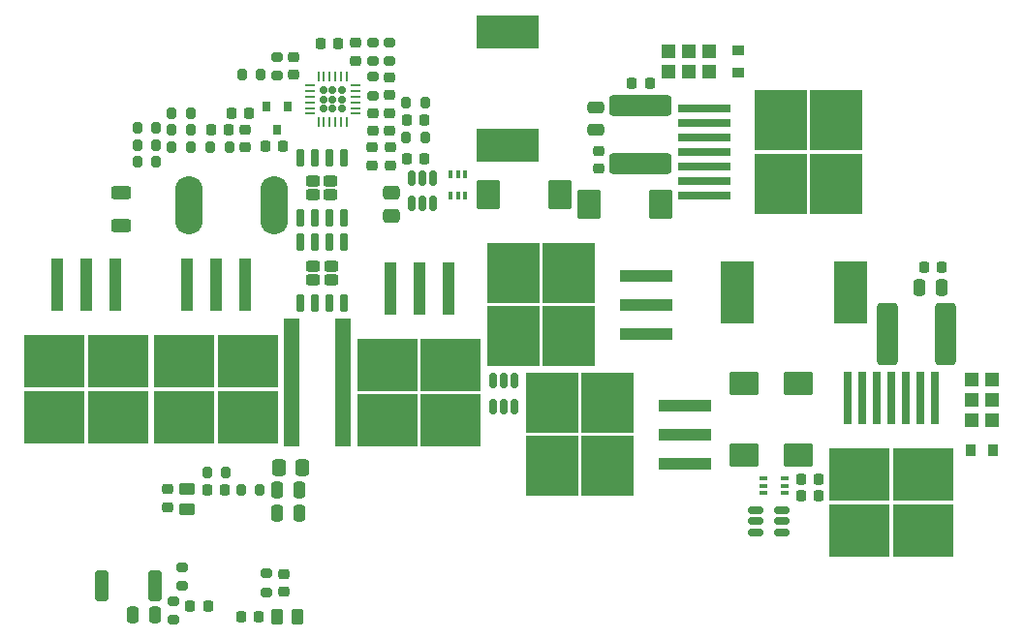
<source format=gbr>
%TF.GenerationSoftware,KiCad,Pcbnew,(6.0.1-0)*%
%TF.CreationDate,2022-08-06T01:28:06+01:00*%
%TF.ProjectId,powerboard_sc21_as25,706f7765-7262-46f6-9172-645f73633231,rev?*%
%TF.SameCoordinates,Original*%
%TF.FileFunction,Paste,Top*%
%TF.FilePolarity,Positive*%
%FSLAX46Y46*%
G04 Gerber Fmt 4.6, Leading zero omitted, Abs format (unit mm)*
G04 Created by KiCad (PCBNEW (6.0.1-0)) date 2022-08-06 01:28:06*
%MOMM*%
%LPD*%
G01*
G04 APERTURE LIST*
G04 Aperture macros list*
%AMRoundRect*
0 Rectangle with rounded corners*
0 $1 Rounding radius*
0 $2 $3 $4 $5 $6 $7 $8 $9 X,Y pos of 4 corners*
0 Add a 4 corners polygon primitive as box body*
4,1,4,$2,$3,$4,$5,$6,$7,$8,$9,$2,$3,0*
0 Add four circle primitives for the rounded corners*
1,1,$1+$1,$2,$3*
1,1,$1+$1,$4,$5*
1,1,$1+$1,$6,$7*
1,1,$1+$1,$8,$9*
0 Add four rect primitives between the rounded corners*
20,1,$1+$1,$2,$3,$4,$5,0*
20,1,$1+$1,$4,$5,$6,$7,0*
20,1,$1+$1,$6,$7,$8,$9,0*
20,1,$1+$1,$8,$9,$2,$3,0*%
G04 Aperture macros list end*
%ADD10RoundRect,0.250000X-0.262500X-0.450000X0.262500X-0.450000X0.262500X0.450000X-0.262500X0.450000X0*%
%ADD11RoundRect,0.250000X-0.450000X0.262500X-0.450000X-0.262500X0.450000X-0.262500X0.450000X0.262500X0*%
%ADD12RoundRect,0.200000X0.275000X-0.200000X0.275000X0.200000X-0.275000X0.200000X-0.275000X-0.200000X0*%
%ADD13RoundRect,0.225000X-0.225000X-0.250000X0.225000X-0.250000X0.225000X0.250000X-0.225000X0.250000X0*%
%ADD14R,5.400000X2.900000*%
%ADD15RoundRect,0.218750X0.218750X0.256250X-0.218750X0.256250X-0.218750X-0.256250X0.218750X-0.256250X0*%
%ADD16RoundRect,0.062500X0.062500X0.325000X-0.062500X0.325000X-0.062500X-0.325000X0.062500X-0.325000X0*%
%ADD17RoundRect,0.062500X0.325000X0.062500X-0.325000X0.062500X-0.325000X-0.062500X0.325000X-0.062500X0*%
%ADD18RoundRect,0.165000X0.165000X0.165000X-0.165000X0.165000X-0.165000X-0.165000X0.165000X-0.165000X0*%
%ADD19RoundRect,0.225000X0.225000X0.250000X-0.225000X0.250000X-0.225000X-0.250000X0.225000X-0.250000X0*%
%ADD20RoundRect,0.250000X0.250000X0.475000X-0.250000X0.475000X-0.250000X-0.475000X0.250000X-0.475000X0*%
%ADD21RoundRect,0.150000X-0.150000X0.650000X-0.150000X-0.650000X0.150000X-0.650000X0.150000X0.650000X0*%
%ADD22RoundRect,0.242500X-0.382500X0.242500X-0.382500X-0.242500X0.382500X-0.242500X0.382500X0.242500X0*%
%ADD23RoundRect,0.200000X-0.275000X0.200000X-0.275000X-0.200000X0.275000X-0.200000X0.275000X0.200000X0*%
%ADD24R,5.250000X4.550000*%
%ADD25R,1.100000X4.600000*%
%ADD26RoundRect,0.225000X0.250000X-0.225000X0.250000X0.225000X-0.250000X0.225000X-0.250000X-0.225000X0*%
%ADD27RoundRect,0.200000X0.200000X0.275000X-0.200000X0.275000X-0.200000X-0.275000X0.200000X-0.275000X0*%
%ADD28R,1.440000X11.220000*%
%ADD29RoundRect,0.250000X-0.787500X-1.025000X0.787500X-1.025000X0.787500X1.025000X-0.787500X1.025000X0*%
%ADD30RoundRect,0.250000X-0.475000X0.250000X-0.475000X-0.250000X0.475000X-0.250000X0.475000X0.250000X0*%
%ADD31R,0.950000X1.000000*%
%ADD32R,1.300000X1.200000*%
%ADD33RoundRect,0.225000X-0.250000X0.225000X-0.250000X-0.225000X0.250000X-0.225000X0.250000X0.225000X0*%
%ADD34RoundRect,0.200000X-0.200000X-0.275000X0.200000X-0.275000X0.200000X0.275000X-0.200000X0.275000X0*%
%ADD35R,0.650000X0.400000*%
%ADD36RoundRect,0.250000X-1.025000X0.787500X-1.025000X-0.787500X1.025000X-0.787500X1.025000X0.787500X0*%
%ADD37RoundRect,0.250000X0.650000X2.450000X-0.650000X2.450000X-0.650000X-2.450000X0.650000X-2.450000X0*%
%ADD38R,0.400000X0.650000*%
%ADD39RoundRect,0.250000X-2.450000X0.650000X-2.450000X-0.650000X2.450000X-0.650000X2.450000X0.650000X0*%
%ADD40RoundRect,0.218750X0.256250X-0.218750X0.256250X0.218750X-0.256250X0.218750X-0.256250X-0.218750X0*%
%ADD41RoundRect,0.250000X-0.625000X0.312500X-0.625000X-0.312500X0.625000X-0.312500X0.625000X0.312500X0*%
%ADD42RoundRect,0.218750X-0.256250X0.218750X-0.256250X-0.218750X0.256250X-0.218750X0.256250X0.218750X0*%
%ADD43RoundRect,0.250000X0.337500X0.475000X-0.337500X0.475000X-0.337500X-0.475000X0.337500X-0.475000X0*%
%ADD44RoundRect,0.250000X0.475000X-0.337500X0.475000X0.337500X-0.475000X0.337500X-0.475000X-0.337500X0*%
%ADD45R,4.550000X5.250000*%
%ADD46R,4.600000X0.800000*%
%ADD47RoundRect,0.250000X0.362500X1.075000X-0.362500X1.075000X-0.362500X-1.075000X0.362500X-1.075000X0*%
%ADD48R,1.000000X0.950000*%
%ADD49R,1.200000X1.300000*%
%ADD50R,0.800000X4.600000*%
%ADD51RoundRect,0.150000X-0.512500X-0.150000X0.512500X-0.150000X0.512500X0.150000X-0.512500X0.150000X0*%
%ADD52RoundRect,1.210000X0.000000X-1.335000X0.000000X1.335000X0.000000X1.335000X0.000000X-1.335000X0*%
%ADD53R,4.600000X1.100000*%
%ADD54R,0.800000X0.900000*%
%ADD55RoundRect,0.150000X-0.150000X0.512500X-0.150000X-0.512500X0.150000X-0.512500X0.150000X0.512500X0*%
%ADD56R,2.900000X5.400000*%
G04 APERTURE END LIST*
D10*
%TO.C,R28*%
X73112500Y-81050000D03*
X71287500Y-81050000D03*
%TD*%
D11*
%TO.C,R29*%
X63450000Y-71662500D03*
X63450000Y-69837500D03*
%TD*%
D12*
%TO.C,R22*%
X62250000Y-79675000D03*
X62250000Y-81325000D03*
%TD*%
D13*
%TO.C,C37*%
X127825000Y-50500000D03*
X129375000Y-50500000D03*
%TD*%
D14*
%TO.C,L3*%
X91500000Y-39800000D03*
X91500000Y-29900000D03*
%TD*%
D15*
%TO.C,PackLED1*%
X68162500Y-81050000D03*
X69737500Y-81050000D03*
%TD*%
D13*
%TO.C,CTTC1*%
X76675000Y-30900000D03*
X75125000Y-30900000D03*
%TD*%
D16*
%TO.C,IC1*%
X77410000Y-37797500D03*
X76910000Y-37797500D03*
X76410000Y-37797500D03*
X75910000Y-37797500D03*
X75410000Y-37797500D03*
X74910000Y-37797500D03*
D17*
X74172500Y-37060000D03*
X74172500Y-36560000D03*
X74172500Y-36060000D03*
X74172500Y-35560000D03*
X74172500Y-35060000D03*
X74172500Y-34560000D03*
D16*
X74910000Y-33822500D03*
X75410000Y-33822500D03*
X75910000Y-33822500D03*
X76410000Y-33822500D03*
X76910000Y-33822500D03*
X77410000Y-33822500D03*
D17*
X78147500Y-34560000D03*
X78147500Y-35060000D03*
X78147500Y-35560000D03*
X78147500Y-36060000D03*
X78147500Y-36560000D03*
X78147500Y-37060000D03*
D18*
X76160000Y-34990000D03*
X76160000Y-35810000D03*
X75340000Y-35810000D03*
X76980000Y-35810000D03*
X76980000Y-34990000D03*
X75340000Y-34990000D03*
X76980000Y-36630000D03*
X75340000Y-36630000D03*
X76160000Y-36630000D03*
%TD*%
D13*
%TO.C,C44*%
X118625000Y-69000000D03*
X117075000Y-69000000D03*
%TD*%
D19*
%TO.C,C5*%
X68875000Y-37000000D03*
X67325000Y-37000000D03*
%TD*%
D20*
%TO.C,C43*%
X127450000Y-52300000D03*
X129350000Y-52300000D03*
%TD*%
D21*
%TO.C,Q4*%
X77155000Y-53610000D03*
X75885000Y-53610000D03*
X74615000Y-53610000D03*
X73345000Y-53610000D03*
X73345000Y-48310000D03*
X74615000Y-48310000D03*
X75885000Y-48310000D03*
X77155000Y-48310000D03*
D22*
X74475000Y-50360000D03*
X76025000Y-51560000D03*
X76025000Y-50360000D03*
X74475000Y-51560000D03*
%TD*%
D23*
%TO.C,R2*%
X71300000Y-33725000D03*
X71300000Y-32075000D03*
%TD*%
D24*
%TO.C,Q3*%
X80945000Y-63890000D03*
X80945000Y-59040000D03*
X86495000Y-63890000D03*
X86495000Y-59040000D03*
D25*
X86260000Y-52315000D03*
X83720000Y-52315000D03*
X81180000Y-52315000D03*
%TD*%
D26*
%TO.C,C33*%
X81150000Y-37025000D03*
X81150000Y-38575000D03*
%TD*%
D27*
%TO.C,RFast1*%
X59105000Y-38310000D03*
X60755000Y-38310000D03*
%TD*%
D26*
%TO.C,C7*%
X79600000Y-40025000D03*
X79600000Y-41575000D03*
%TD*%
D28*
%TO.C,RAC1*%
X72620000Y-60570000D03*
X77100000Y-60570000D03*
%TD*%
D13*
%TO.C,C6*%
X70275000Y-39925000D03*
X71825000Y-39925000D03*
%TD*%
D29*
%TO.C,C41*%
X96012500Y-44100000D03*
X89787500Y-44100000D03*
%TD*%
D30*
%TO.C,C42*%
X99150000Y-38450000D03*
X99150000Y-36550000D03*
%TD*%
D31*
%TO.C,D5*%
X131930000Y-66450000D03*
X133870000Y-66450000D03*
D32*
X132000000Y-63900000D03*
X133800000Y-62100000D03*
X132000000Y-60300000D03*
X133800000Y-63900000D03*
X132000000Y-62100000D03*
X133800000Y-60300000D03*
%TD*%
D26*
%TO.C,C21*%
X81200000Y-40025000D03*
X81200000Y-41575000D03*
%TD*%
D33*
%TO.C,C4*%
X81150000Y-35425000D03*
X81150000Y-33875000D03*
%TD*%
%TO.C,C3*%
X79650000Y-38575000D03*
X79650000Y-37025000D03*
%TD*%
D34*
%TO.C,RSR1*%
X65475000Y-40000000D03*
X67125000Y-40000000D03*
%TD*%
D35*
%TO.C,Q10*%
X115700000Y-68950000D03*
X115700000Y-69600000D03*
X115700000Y-70250000D03*
X113800000Y-70250000D03*
X113800000Y-69600000D03*
X113800000Y-68950000D03*
%TD*%
D27*
%TO.C,R5*%
X63745000Y-38470000D03*
X62095000Y-38470000D03*
%TD*%
D26*
%TO.C,C10*%
X68550000Y-40025000D03*
X68550000Y-38475000D03*
%TD*%
D13*
%TO.C,C48*%
X118625000Y-70500000D03*
X117075000Y-70500000D03*
%TD*%
D36*
%TO.C,C40*%
X112100000Y-66912500D03*
X112100000Y-60687500D03*
%TD*%
D34*
%TO.C,R32*%
X82575000Y-36100000D03*
X84225000Y-36100000D03*
%TD*%
D37*
%TO.C,C20*%
X124650000Y-56300000D03*
X129750000Y-56300000D03*
%TD*%
D19*
%TO.C,C11*%
X67075000Y-38500000D03*
X65525000Y-38500000D03*
%TD*%
D23*
%TO.C,R37*%
X70390000Y-77275000D03*
X70390000Y-78925000D03*
%TD*%
D38*
%TO.C,Q9*%
X87750000Y-44250000D03*
X87100000Y-44250000D03*
X86450000Y-44250000D03*
X86450000Y-42350000D03*
X87100000Y-42350000D03*
X87750000Y-42350000D03*
%TD*%
D15*
%TO.C,D9*%
X63712500Y-80100000D03*
X65287500Y-80100000D03*
%TD*%
D39*
%TO.C,C19*%
X103100000Y-41450000D03*
X103100000Y-36350000D03*
%TD*%
D19*
%TO.C,C14*%
X66775000Y-69950000D03*
X65225000Y-69950000D03*
%TD*%
D20*
%TO.C,C16*%
X60600000Y-80900000D03*
X58700000Y-80900000D03*
%TD*%
D27*
%TO.C,R3*%
X63745000Y-39950000D03*
X62095000Y-39950000D03*
%TD*%
D29*
%TO.C,C39*%
X104812500Y-45000000D03*
X98587500Y-45000000D03*
%TD*%
D27*
%TO.C,RAdp1*%
X59105000Y-41300000D03*
X60755000Y-41300000D03*
%TD*%
D40*
%TO.C,PowerLED1*%
X61750000Y-69912500D03*
X61750000Y-71487500D03*
%TD*%
D12*
%TO.C,R10*%
X81150000Y-30825000D03*
X81150000Y-32475000D03*
%TD*%
D20*
%TO.C,C12*%
X73250000Y-72000000D03*
X71350000Y-72000000D03*
%TD*%
D41*
%TO.C,R17*%
X57700000Y-46862500D03*
X57700000Y-43937500D03*
%TD*%
D27*
%TO.C,R15*%
X84225000Y-39100000D03*
X82575000Y-39100000D03*
%TD*%
D42*
%TO.C,D7*%
X71870000Y-77312500D03*
X71870000Y-78887500D03*
%TD*%
D43*
%TO.C,C9*%
X71462500Y-68000000D03*
X73537500Y-68000000D03*
%TD*%
D27*
%TO.C,R7*%
X63745000Y-37000000D03*
X62095000Y-37000000D03*
%TD*%
D44*
%TO.C,C8*%
X81300000Y-43962500D03*
X81300000Y-46037500D03*
%TD*%
D34*
%TO.C,R1*%
X68225000Y-33600000D03*
X69875000Y-33600000D03*
%TD*%
D45*
%TO.C,U6*%
X120200000Y-43175000D03*
X115350000Y-43175000D03*
X115350000Y-37625000D03*
X120200000Y-37625000D03*
D46*
X108625000Y-36590000D03*
X108625000Y-37860000D03*
X108625000Y-39130000D03*
X108625000Y-40400000D03*
X108625000Y-41670000D03*
X108625000Y-42940000D03*
X108625000Y-44210000D03*
%TD*%
D19*
%TO.C,C49*%
X84175000Y-41000000D03*
X82625000Y-41000000D03*
%TD*%
D47*
%TO.C,R20*%
X55987500Y-78300000D03*
X60612500Y-78300000D03*
%TD*%
D26*
%TO.C,C45*%
X99400000Y-41875000D03*
X99400000Y-40325000D03*
%TD*%
D27*
%TO.C,R14*%
X66825000Y-68450000D03*
X65175000Y-68450000D03*
%TD*%
D26*
%TO.C,C1*%
X78150000Y-30875000D03*
X78150000Y-32425000D03*
%TD*%
D48*
%TO.C,D6*%
X111650000Y-33470000D03*
X111650000Y-31530000D03*
D49*
X109100000Y-33400000D03*
X105500000Y-33400000D03*
X107300000Y-33400000D03*
X109100000Y-31600000D03*
X105500000Y-31600000D03*
X107300000Y-31600000D03*
%TD*%
D12*
%TO.C,R36*%
X63050000Y-76725000D03*
X63050000Y-78375000D03*
%TD*%
D24*
%TO.C,U7*%
X127775000Y-73475000D03*
X122225000Y-73475000D03*
X127775000Y-68625000D03*
X122225000Y-68625000D03*
D50*
X128810000Y-61900000D03*
X127540000Y-61900000D03*
X126270000Y-61900000D03*
X125000000Y-61900000D03*
X123730000Y-61900000D03*
X122460000Y-61900000D03*
X121190000Y-61900000D03*
%TD*%
D51*
%TO.C,U8*%
X115437500Y-71750000D03*
X115437500Y-72700000D03*
X115437500Y-73650000D03*
X113162500Y-73650000D03*
X113162500Y-72700000D03*
X113162500Y-71750000D03*
%TD*%
D13*
%TO.C,C36*%
X103875000Y-34400000D03*
X102325000Y-34400000D03*
%TD*%
D52*
%TO.C,L1*%
X71065000Y-45075000D03*
X63575000Y-45075000D03*
%TD*%
D34*
%TO.C,R18*%
X68175000Y-69950000D03*
X69825000Y-69950000D03*
%TD*%
D45*
%TO.C,Q8*%
X96800000Y-56525000D03*
X91950000Y-50975000D03*
X91950000Y-56525000D03*
X96800000Y-50975000D03*
D53*
X103525000Y-56290000D03*
X103525000Y-53750000D03*
X103525000Y-51210000D03*
%TD*%
D21*
%TO.C,Q5*%
X77135000Y-46210000D03*
X75865000Y-46210000D03*
X74595000Y-46210000D03*
X73325000Y-46210000D03*
X73325000Y-40910000D03*
X74595000Y-40910000D03*
X75865000Y-40910000D03*
X77135000Y-40910000D03*
D22*
X74455000Y-44160000D03*
X76005000Y-42960000D03*
X74455000Y-42960000D03*
X76005000Y-44160000D03*
%TD*%
D23*
%TO.C,R16*%
X79650000Y-32475000D03*
X79650000Y-30825000D03*
%TD*%
D20*
%TO.C,C13*%
X73250000Y-70000000D03*
X71350000Y-70000000D03*
%TD*%
D24*
%TO.C,Q2*%
X63200000Y-58725000D03*
X68750000Y-63575000D03*
X63200000Y-63575000D03*
X68750000Y-58725000D03*
D25*
X68515000Y-52000000D03*
X65975000Y-52000000D03*
X63435000Y-52000000D03*
%TD*%
D53*
%TO.C,Q7*%
X106925000Y-62560000D03*
X106925000Y-65100000D03*
X106925000Y-67640000D03*
D45*
X95350000Y-62325000D03*
X95350000Y-67875000D03*
X100200000Y-67875000D03*
X100200000Y-62325000D03*
%TD*%
D13*
%TO.C,C15*%
X82625000Y-37600000D03*
X84175000Y-37600000D03*
%TD*%
D24*
%TO.C,Q1*%
X57400000Y-58725000D03*
X51850000Y-63575000D03*
X51850000Y-58725000D03*
X57400000Y-63575000D03*
D25*
X57165000Y-52000000D03*
X54625000Y-52000000D03*
X52085000Y-52000000D03*
%TD*%
D36*
%TO.C,C38*%
X116900000Y-66912500D03*
X116900000Y-60687500D03*
%TD*%
D54*
%TO.C,D1*%
X72250000Y-36450000D03*
X71300000Y-38450000D03*
X70350000Y-36450000D03*
%TD*%
D55*
%TO.C,U9*%
X84950000Y-44937500D03*
X84000000Y-44937500D03*
X83050000Y-44937500D03*
X83050000Y-42662500D03*
X84000000Y-42662500D03*
X84950000Y-42662500D03*
%TD*%
%TO.C,U1*%
X92050000Y-62637500D03*
X91100000Y-62637500D03*
X90150000Y-62637500D03*
X90150000Y-60362500D03*
X91100000Y-60362500D03*
X92050000Y-60362500D03*
%TD*%
D27*
%TO.C,RPre1*%
X59105000Y-39800000D03*
X60755000Y-39800000D03*
%TD*%
D23*
%TO.C,R9*%
X79650000Y-35475000D03*
X79650000Y-33825000D03*
%TD*%
D56*
%TO.C,L4*%
X111550000Y-52700000D03*
X121450000Y-52700000D03*
%TD*%
D33*
%TO.C,Cff1*%
X72760000Y-32125000D03*
X72760000Y-33675000D03*
%TD*%
M02*

</source>
